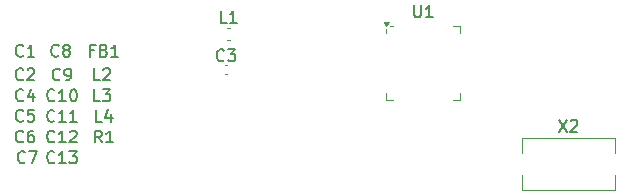
<source format=gbr>
%TF.GenerationSoftware,KiCad,Pcbnew,9.0.0*%
%TF.CreationDate,2025-04-15T21:18:47-03:00*%
%TF.ProjectId,Circuitos-atvd,43697263-7569-4746-9f73-2d617476642e,rev?*%
%TF.SameCoordinates,Original*%
%TF.FileFunction,Legend,Top*%
%TF.FilePolarity,Positive*%
%FSLAX46Y46*%
G04 Gerber Fmt 4.6, Leading zero omitted, Abs format (unit mm)*
G04 Created by KiCad (PCBNEW 9.0.0) date 2025-04-15 21:18:47*
%MOMM*%
%LPD*%
G01*
G04 APERTURE LIST*
%ADD10C,0.150000*%
%ADD11C,0.120000*%
G04 APERTURE END LIST*
D10*
X123333333Y-108674819D02*
X122857143Y-108674819D01*
X122857143Y-108674819D02*
X122857143Y-107674819D01*
X123571429Y-107674819D02*
X124190476Y-107674819D01*
X124190476Y-107674819D02*
X123857143Y-108055771D01*
X123857143Y-108055771D02*
X124000000Y-108055771D01*
X124000000Y-108055771D02*
X124095238Y-108103390D01*
X124095238Y-108103390D02*
X124142857Y-108151009D01*
X124142857Y-108151009D02*
X124190476Y-108246247D01*
X124190476Y-108246247D02*
X124190476Y-108484342D01*
X124190476Y-108484342D02*
X124142857Y-108579580D01*
X124142857Y-108579580D02*
X124095238Y-108627200D01*
X124095238Y-108627200D02*
X124000000Y-108674819D01*
X124000000Y-108674819D02*
X123714286Y-108674819D01*
X123714286Y-108674819D02*
X123619048Y-108627200D01*
X123619048Y-108627200D02*
X123571429Y-108579580D01*
X116833333Y-110309580D02*
X116785714Y-110357200D01*
X116785714Y-110357200D02*
X116642857Y-110404819D01*
X116642857Y-110404819D02*
X116547619Y-110404819D01*
X116547619Y-110404819D02*
X116404762Y-110357200D01*
X116404762Y-110357200D02*
X116309524Y-110261961D01*
X116309524Y-110261961D02*
X116261905Y-110166723D01*
X116261905Y-110166723D02*
X116214286Y-109976247D01*
X116214286Y-109976247D02*
X116214286Y-109833390D01*
X116214286Y-109833390D02*
X116261905Y-109642914D01*
X116261905Y-109642914D02*
X116309524Y-109547676D01*
X116309524Y-109547676D02*
X116404762Y-109452438D01*
X116404762Y-109452438D02*
X116547619Y-109404819D01*
X116547619Y-109404819D02*
X116642857Y-109404819D01*
X116642857Y-109404819D02*
X116785714Y-109452438D01*
X116785714Y-109452438D02*
X116833333Y-109500057D01*
X117738095Y-109404819D02*
X117261905Y-109404819D01*
X117261905Y-109404819D02*
X117214286Y-109881009D01*
X117214286Y-109881009D02*
X117261905Y-109833390D01*
X117261905Y-109833390D02*
X117357143Y-109785771D01*
X117357143Y-109785771D02*
X117595238Y-109785771D01*
X117595238Y-109785771D02*
X117690476Y-109833390D01*
X117690476Y-109833390D02*
X117738095Y-109881009D01*
X117738095Y-109881009D02*
X117785714Y-109976247D01*
X117785714Y-109976247D02*
X117785714Y-110214342D01*
X117785714Y-110214342D02*
X117738095Y-110309580D01*
X117738095Y-110309580D02*
X117690476Y-110357200D01*
X117690476Y-110357200D02*
X117595238Y-110404819D01*
X117595238Y-110404819D02*
X117357143Y-110404819D01*
X117357143Y-110404819D02*
X117261905Y-110357200D01*
X117261905Y-110357200D02*
X117214286Y-110309580D01*
X162190476Y-110254819D02*
X162857142Y-111254819D01*
X162857142Y-110254819D02*
X162190476Y-111254819D01*
X163190476Y-110350057D02*
X163238095Y-110302438D01*
X163238095Y-110302438D02*
X163333333Y-110254819D01*
X163333333Y-110254819D02*
X163571428Y-110254819D01*
X163571428Y-110254819D02*
X163666666Y-110302438D01*
X163666666Y-110302438D02*
X163714285Y-110350057D01*
X163714285Y-110350057D02*
X163761904Y-110445295D01*
X163761904Y-110445295D02*
X163761904Y-110540533D01*
X163761904Y-110540533D02*
X163714285Y-110683390D01*
X163714285Y-110683390D02*
X163142857Y-111254819D01*
X163142857Y-111254819D02*
X163761904Y-111254819D01*
X119462142Y-108579580D02*
X119414523Y-108627200D01*
X119414523Y-108627200D02*
X119271666Y-108674819D01*
X119271666Y-108674819D02*
X119176428Y-108674819D01*
X119176428Y-108674819D02*
X119033571Y-108627200D01*
X119033571Y-108627200D02*
X118938333Y-108531961D01*
X118938333Y-108531961D02*
X118890714Y-108436723D01*
X118890714Y-108436723D02*
X118843095Y-108246247D01*
X118843095Y-108246247D02*
X118843095Y-108103390D01*
X118843095Y-108103390D02*
X118890714Y-107912914D01*
X118890714Y-107912914D02*
X118938333Y-107817676D01*
X118938333Y-107817676D02*
X119033571Y-107722438D01*
X119033571Y-107722438D02*
X119176428Y-107674819D01*
X119176428Y-107674819D02*
X119271666Y-107674819D01*
X119271666Y-107674819D02*
X119414523Y-107722438D01*
X119414523Y-107722438D02*
X119462142Y-107770057D01*
X120414523Y-108674819D02*
X119843095Y-108674819D01*
X120128809Y-108674819D02*
X120128809Y-107674819D01*
X120128809Y-107674819D02*
X120033571Y-107817676D01*
X120033571Y-107817676D02*
X119938333Y-107912914D01*
X119938333Y-107912914D02*
X119843095Y-107960533D01*
X121033571Y-107674819D02*
X121128809Y-107674819D01*
X121128809Y-107674819D02*
X121224047Y-107722438D01*
X121224047Y-107722438D02*
X121271666Y-107770057D01*
X121271666Y-107770057D02*
X121319285Y-107865295D01*
X121319285Y-107865295D02*
X121366904Y-108055771D01*
X121366904Y-108055771D02*
X121366904Y-108293866D01*
X121366904Y-108293866D02*
X121319285Y-108484342D01*
X121319285Y-108484342D02*
X121271666Y-108579580D01*
X121271666Y-108579580D02*
X121224047Y-108627200D01*
X121224047Y-108627200D02*
X121128809Y-108674819D01*
X121128809Y-108674819D02*
X121033571Y-108674819D01*
X121033571Y-108674819D02*
X120938333Y-108627200D01*
X120938333Y-108627200D02*
X120890714Y-108579580D01*
X120890714Y-108579580D02*
X120843095Y-108484342D01*
X120843095Y-108484342D02*
X120795476Y-108293866D01*
X120795476Y-108293866D02*
X120795476Y-108055771D01*
X120795476Y-108055771D02*
X120843095Y-107865295D01*
X120843095Y-107865295D02*
X120890714Y-107770057D01*
X120890714Y-107770057D02*
X120938333Y-107722438D01*
X120938333Y-107722438D02*
X121033571Y-107674819D01*
X122821666Y-104381009D02*
X122488333Y-104381009D01*
X122488333Y-104904819D02*
X122488333Y-103904819D01*
X122488333Y-103904819D02*
X122964523Y-103904819D01*
X123678809Y-104381009D02*
X123821666Y-104428628D01*
X123821666Y-104428628D02*
X123869285Y-104476247D01*
X123869285Y-104476247D02*
X123916904Y-104571485D01*
X123916904Y-104571485D02*
X123916904Y-104714342D01*
X123916904Y-104714342D02*
X123869285Y-104809580D01*
X123869285Y-104809580D02*
X123821666Y-104857200D01*
X123821666Y-104857200D02*
X123726428Y-104904819D01*
X123726428Y-104904819D02*
X123345476Y-104904819D01*
X123345476Y-104904819D02*
X123345476Y-103904819D01*
X123345476Y-103904819D02*
X123678809Y-103904819D01*
X123678809Y-103904819D02*
X123774047Y-103952438D01*
X123774047Y-103952438D02*
X123821666Y-104000057D01*
X123821666Y-104000057D02*
X123869285Y-104095295D01*
X123869285Y-104095295D02*
X123869285Y-104190533D01*
X123869285Y-104190533D02*
X123821666Y-104285771D01*
X123821666Y-104285771D02*
X123774047Y-104333390D01*
X123774047Y-104333390D02*
X123678809Y-104381009D01*
X123678809Y-104381009D02*
X123345476Y-104381009D01*
X124869285Y-104904819D02*
X124297857Y-104904819D01*
X124583571Y-104904819D02*
X124583571Y-103904819D01*
X124583571Y-103904819D02*
X124488333Y-104047676D01*
X124488333Y-104047676D02*
X124393095Y-104142914D01*
X124393095Y-104142914D02*
X124297857Y-104190533D01*
X116833333Y-104809580D02*
X116785714Y-104857200D01*
X116785714Y-104857200D02*
X116642857Y-104904819D01*
X116642857Y-104904819D02*
X116547619Y-104904819D01*
X116547619Y-104904819D02*
X116404762Y-104857200D01*
X116404762Y-104857200D02*
X116309524Y-104761961D01*
X116309524Y-104761961D02*
X116261905Y-104666723D01*
X116261905Y-104666723D02*
X116214286Y-104476247D01*
X116214286Y-104476247D02*
X116214286Y-104333390D01*
X116214286Y-104333390D02*
X116261905Y-104142914D01*
X116261905Y-104142914D02*
X116309524Y-104047676D01*
X116309524Y-104047676D02*
X116404762Y-103952438D01*
X116404762Y-103952438D02*
X116547619Y-103904819D01*
X116547619Y-103904819D02*
X116642857Y-103904819D01*
X116642857Y-103904819D02*
X116785714Y-103952438D01*
X116785714Y-103952438D02*
X116833333Y-104000057D01*
X117785714Y-104904819D02*
X117214286Y-104904819D01*
X117500000Y-104904819D02*
X117500000Y-103904819D01*
X117500000Y-103904819D02*
X117404762Y-104047676D01*
X117404762Y-104047676D02*
X117309524Y-104142914D01*
X117309524Y-104142914D02*
X117214286Y-104190533D01*
X134045833Y-102024819D02*
X133569643Y-102024819D01*
X133569643Y-102024819D02*
X133569643Y-101024819D01*
X134902976Y-102024819D02*
X134331548Y-102024819D01*
X134617262Y-102024819D02*
X134617262Y-101024819D01*
X134617262Y-101024819D02*
X134522024Y-101167676D01*
X134522024Y-101167676D02*
X134426786Y-101262914D01*
X134426786Y-101262914D02*
X134331548Y-101310533D01*
X119462142Y-112079580D02*
X119414523Y-112127200D01*
X119414523Y-112127200D02*
X119271666Y-112174819D01*
X119271666Y-112174819D02*
X119176428Y-112174819D01*
X119176428Y-112174819D02*
X119033571Y-112127200D01*
X119033571Y-112127200D02*
X118938333Y-112031961D01*
X118938333Y-112031961D02*
X118890714Y-111936723D01*
X118890714Y-111936723D02*
X118843095Y-111746247D01*
X118843095Y-111746247D02*
X118843095Y-111603390D01*
X118843095Y-111603390D02*
X118890714Y-111412914D01*
X118890714Y-111412914D02*
X118938333Y-111317676D01*
X118938333Y-111317676D02*
X119033571Y-111222438D01*
X119033571Y-111222438D02*
X119176428Y-111174819D01*
X119176428Y-111174819D02*
X119271666Y-111174819D01*
X119271666Y-111174819D02*
X119414523Y-111222438D01*
X119414523Y-111222438D02*
X119462142Y-111270057D01*
X120414523Y-112174819D02*
X119843095Y-112174819D01*
X120128809Y-112174819D02*
X120128809Y-111174819D01*
X120128809Y-111174819D02*
X120033571Y-111317676D01*
X120033571Y-111317676D02*
X119938333Y-111412914D01*
X119938333Y-111412914D02*
X119843095Y-111460533D01*
X120795476Y-111270057D02*
X120843095Y-111222438D01*
X120843095Y-111222438D02*
X120938333Y-111174819D01*
X120938333Y-111174819D02*
X121176428Y-111174819D01*
X121176428Y-111174819D02*
X121271666Y-111222438D01*
X121271666Y-111222438D02*
X121319285Y-111270057D01*
X121319285Y-111270057D02*
X121366904Y-111365295D01*
X121366904Y-111365295D02*
X121366904Y-111460533D01*
X121366904Y-111460533D02*
X121319285Y-111603390D01*
X121319285Y-111603390D02*
X120747857Y-112174819D01*
X120747857Y-112174819D02*
X121366904Y-112174819D01*
X119462142Y-113829580D02*
X119414523Y-113877200D01*
X119414523Y-113877200D02*
X119271666Y-113924819D01*
X119271666Y-113924819D02*
X119176428Y-113924819D01*
X119176428Y-113924819D02*
X119033571Y-113877200D01*
X119033571Y-113877200D02*
X118938333Y-113781961D01*
X118938333Y-113781961D02*
X118890714Y-113686723D01*
X118890714Y-113686723D02*
X118843095Y-113496247D01*
X118843095Y-113496247D02*
X118843095Y-113353390D01*
X118843095Y-113353390D02*
X118890714Y-113162914D01*
X118890714Y-113162914D02*
X118938333Y-113067676D01*
X118938333Y-113067676D02*
X119033571Y-112972438D01*
X119033571Y-112972438D02*
X119176428Y-112924819D01*
X119176428Y-112924819D02*
X119271666Y-112924819D01*
X119271666Y-112924819D02*
X119414523Y-112972438D01*
X119414523Y-112972438D02*
X119462142Y-113020057D01*
X120414523Y-113924819D02*
X119843095Y-113924819D01*
X120128809Y-113924819D02*
X120128809Y-112924819D01*
X120128809Y-112924819D02*
X120033571Y-113067676D01*
X120033571Y-113067676D02*
X119938333Y-113162914D01*
X119938333Y-113162914D02*
X119843095Y-113210533D01*
X120747857Y-112924819D02*
X121366904Y-112924819D01*
X121366904Y-112924819D02*
X121033571Y-113305771D01*
X121033571Y-113305771D02*
X121176428Y-113305771D01*
X121176428Y-113305771D02*
X121271666Y-113353390D01*
X121271666Y-113353390D02*
X121319285Y-113401009D01*
X121319285Y-113401009D02*
X121366904Y-113496247D01*
X121366904Y-113496247D02*
X121366904Y-113734342D01*
X121366904Y-113734342D02*
X121319285Y-113829580D01*
X121319285Y-113829580D02*
X121271666Y-113877200D01*
X121271666Y-113877200D02*
X121176428Y-113924819D01*
X121176428Y-113924819D02*
X120890714Y-113924819D01*
X120890714Y-113924819D02*
X120795476Y-113877200D01*
X120795476Y-113877200D02*
X120747857Y-113829580D01*
X119938333Y-106829580D02*
X119890714Y-106877200D01*
X119890714Y-106877200D02*
X119747857Y-106924819D01*
X119747857Y-106924819D02*
X119652619Y-106924819D01*
X119652619Y-106924819D02*
X119509762Y-106877200D01*
X119509762Y-106877200D02*
X119414524Y-106781961D01*
X119414524Y-106781961D02*
X119366905Y-106686723D01*
X119366905Y-106686723D02*
X119319286Y-106496247D01*
X119319286Y-106496247D02*
X119319286Y-106353390D01*
X119319286Y-106353390D02*
X119366905Y-106162914D01*
X119366905Y-106162914D02*
X119414524Y-106067676D01*
X119414524Y-106067676D02*
X119509762Y-105972438D01*
X119509762Y-105972438D02*
X119652619Y-105924819D01*
X119652619Y-105924819D02*
X119747857Y-105924819D01*
X119747857Y-105924819D02*
X119890714Y-105972438D01*
X119890714Y-105972438D02*
X119938333Y-106020057D01*
X120414524Y-106924819D02*
X120605000Y-106924819D01*
X120605000Y-106924819D02*
X120700238Y-106877200D01*
X120700238Y-106877200D02*
X120747857Y-106829580D01*
X120747857Y-106829580D02*
X120843095Y-106686723D01*
X120843095Y-106686723D02*
X120890714Y-106496247D01*
X120890714Y-106496247D02*
X120890714Y-106115295D01*
X120890714Y-106115295D02*
X120843095Y-106020057D01*
X120843095Y-106020057D02*
X120795476Y-105972438D01*
X120795476Y-105972438D02*
X120700238Y-105924819D01*
X120700238Y-105924819D02*
X120509762Y-105924819D01*
X120509762Y-105924819D02*
X120414524Y-105972438D01*
X120414524Y-105972438D02*
X120366905Y-106020057D01*
X120366905Y-106020057D02*
X120319286Y-106115295D01*
X120319286Y-106115295D02*
X120319286Y-106353390D01*
X120319286Y-106353390D02*
X120366905Y-106448628D01*
X120366905Y-106448628D02*
X120414524Y-106496247D01*
X120414524Y-106496247D02*
X120509762Y-106543866D01*
X120509762Y-106543866D02*
X120700238Y-106543866D01*
X120700238Y-106543866D02*
X120795476Y-106496247D01*
X120795476Y-106496247D02*
X120843095Y-106448628D01*
X120843095Y-106448628D02*
X120890714Y-106353390D01*
X123488333Y-110424819D02*
X123012143Y-110424819D01*
X123012143Y-110424819D02*
X123012143Y-109424819D01*
X124250238Y-109758152D02*
X124250238Y-110424819D01*
X124012143Y-109377200D02*
X123774048Y-110091485D01*
X123774048Y-110091485D02*
X124393095Y-110091485D01*
X123488333Y-112174819D02*
X123155000Y-111698628D01*
X122916905Y-112174819D02*
X122916905Y-111174819D01*
X122916905Y-111174819D02*
X123297857Y-111174819D01*
X123297857Y-111174819D02*
X123393095Y-111222438D01*
X123393095Y-111222438D02*
X123440714Y-111270057D01*
X123440714Y-111270057D02*
X123488333Y-111365295D01*
X123488333Y-111365295D02*
X123488333Y-111508152D01*
X123488333Y-111508152D02*
X123440714Y-111603390D01*
X123440714Y-111603390D02*
X123393095Y-111651009D01*
X123393095Y-111651009D02*
X123297857Y-111698628D01*
X123297857Y-111698628D02*
X122916905Y-111698628D01*
X124440714Y-112174819D02*
X123869286Y-112174819D01*
X124155000Y-112174819D02*
X124155000Y-111174819D01*
X124155000Y-111174819D02*
X124059762Y-111317676D01*
X124059762Y-111317676D02*
X123964524Y-111412914D01*
X123964524Y-111412914D02*
X123869286Y-111460533D01*
X119462142Y-110329580D02*
X119414523Y-110377200D01*
X119414523Y-110377200D02*
X119271666Y-110424819D01*
X119271666Y-110424819D02*
X119176428Y-110424819D01*
X119176428Y-110424819D02*
X119033571Y-110377200D01*
X119033571Y-110377200D02*
X118938333Y-110281961D01*
X118938333Y-110281961D02*
X118890714Y-110186723D01*
X118890714Y-110186723D02*
X118843095Y-109996247D01*
X118843095Y-109996247D02*
X118843095Y-109853390D01*
X118843095Y-109853390D02*
X118890714Y-109662914D01*
X118890714Y-109662914D02*
X118938333Y-109567676D01*
X118938333Y-109567676D02*
X119033571Y-109472438D01*
X119033571Y-109472438D02*
X119176428Y-109424819D01*
X119176428Y-109424819D02*
X119271666Y-109424819D01*
X119271666Y-109424819D02*
X119414523Y-109472438D01*
X119414523Y-109472438D02*
X119462142Y-109520057D01*
X120414523Y-110424819D02*
X119843095Y-110424819D01*
X120128809Y-110424819D02*
X120128809Y-109424819D01*
X120128809Y-109424819D02*
X120033571Y-109567676D01*
X120033571Y-109567676D02*
X119938333Y-109662914D01*
X119938333Y-109662914D02*
X119843095Y-109710533D01*
X121366904Y-110424819D02*
X120795476Y-110424819D01*
X121081190Y-110424819D02*
X121081190Y-109424819D01*
X121081190Y-109424819D02*
X120985952Y-109567676D01*
X120985952Y-109567676D02*
X120890714Y-109662914D01*
X120890714Y-109662914D02*
X120795476Y-109710533D01*
X133833333Y-105199580D02*
X133785714Y-105247200D01*
X133785714Y-105247200D02*
X133642857Y-105294819D01*
X133642857Y-105294819D02*
X133547619Y-105294819D01*
X133547619Y-105294819D02*
X133404762Y-105247200D01*
X133404762Y-105247200D02*
X133309524Y-105151961D01*
X133309524Y-105151961D02*
X133261905Y-105056723D01*
X133261905Y-105056723D02*
X133214286Y-104866247D01*
X133214286Y-104866247D02*
X133214286Y-104723390D01*
X133214286Y-104723390D02*
X133261905Y-104532914D01*
X133261905Y-104532914D02*
X133309524Y-104437676D01*
X133309524Y-104437676D02*
X133404762Y-104342438D01*
X133404762Y-104342438D02*
X133547619Y-104294819D01*
X133547619Y-104294819D02*
X133642857Y-104294819D01*
X133642857Y-104294819D02*
X133785714Y-104342438D01*
X133785714Y-104342438D02*
X133833333Y-104390057D01*
X134166667Y-104294819D02*
X134785714Y-104294819D01*
X134785714Y-104294819D02*
X134452381Y-104675771D01*
X134452381Y-104675771D02*
X134595238Y-104675771D01*
X134595238Y-104675771D02*
X134690476Y-104723390D01*
X134690476Y-104723390D02*
X134738095Y-104771009D01*
X134738095Y-104771009D02*
X134785714Y-104866247D01*
X134785714Y-104866247D02*
X134785714Y-105104342D01*
X134785714Y-105104342D02*
X134738095Y-105199580D01*
X134738095Y-105199580D02*
X134690476Y-105247200D01*
X134690476Y-105247200D02*
X134595238Y-105294819D01*
X134595238Y-105294819D02*
X134309524Y-105294819D01*
X134309524Y-105294819D02*
X134214286Y-105247200D01*
X134214286Y-105247200D02*
X134166667Y-105199580D01*
X123333333Y-106904819D02*
X122857143Y-106904819D01*
X122857143Y-106904819D02*
X122857143Y-105904819D01*
X123619048Y-106000057D02*
X123666667Y-105952438D01*
X123666667Y-105952438D02*
X123761905Y-105904819D01*
X123761905Y-105904819D02*
X124000000Y-105904819D01*
X124000000Y-105904819D02*
X124095238Y-105952438D01*
X124095238Y-105952438D02*
X124142857Y-106000057D01*
X124142857Y-106000057D02*
X124190476Y-106095295D01*
X124190476Y-106095295D02*
X124190476Y-106190533D01*
X124190476Y-106190533D02*
X124142857Y-106333390D01*
X124142857Y-106333390D02*
X123571429Y-106904819D01*
X123571429Y-106904819D02*
X124190476Y-106904819D01*
X149938095Y-100574819D02*
X149938095Y-101384342D01*
X149938095Y-101384342D02*
X149985714Y-101479580D01*
X149985714Y-101479580D02*
X150033333Y-101527200D01*
X150033333Y-101527200D02*
X150128571Y-101574819D01*
X150128571Y-101574819D02*
X150319047Y-101574819D01*
X150319047Y-101574819D02*
X150414285Y-101527200D01*
X150414285Y-101527200D02*
X150461904Y-101479580D01*
X150461904Y-101479580D02*
X150509523Y-101384342D01*
X150509523Y-101384342D02*
X150509523Y-100574819D01*
X151509523Y-101574819D02*
X150938095Y-101574819D01*
X151223809Y-101574819D02*
X151223809Y-100574819D01*
X151223809Y-100574819D02*
X151128571Y-100717676D01*
X151128571Y-100717676D02*
X151033333Y-100812914D01*
X151033333Y-100812914D02*
X150938095Y-100860533D01*
X119833333Y-104809580D02*
X119785714Y-104857200D01*
X119785714Y-104857200D02*
X119642857Y-104904819D01*
X119642857Y-104904819D02*
X119547619Y-104904819D01*
X119547619Y-104904819D02*
X119404762Y-104857200D01*
X119404762Y-104857200D02*
X119309524Y-104761961D01*
X119309524Y-104761961D02*
X119261905Y-104666723D01*
X119261905Y-104666723D02*
X119214286Y-104476247D01*
X119214286Y-104476247D02*
X119214286Y-104333390D01*
X119214286Y-104333390D02*
X119261905Y-104142914D01*
X119261905Y-104142914D02*
X119309524Y-104047676D01*
X119309524Y-104047676D02*
X119404762Y-103952438D01*
X119404762Y-103952438D02*
X119547619Y-103904819D01*
X119547619Y-103904819D02*
X119642857Y-103904819D01*
X119642857Y-103904819D02*
X119785714Y-103952438D01*
X119785714Y-103952438D02*
X119833333Y-104000057D01*
X120404762Y-104333390D02*
X120309524Y-104285771D01*
X120309524Y-104285771D02*
X120261905Y-104238152D01*
X120261905Y-104238152D02*
X120214286Y-104142914D01*
X120214286Y-104142914D02*
X120214286Y-104095295D01*
X120214286Y-104095295D02*
X120261905Y-104000057D01*
X120261905Y-104000057D02*
X120309524Y-103952438D01*
X120309524Y-103952438D02*
X120404762Y-103904819D01*
X120404762Y-103904819D02*
X120595238Y-103904819D01*
X120595238Y-103904819D02*
X120690476Y-103952438D01*
X120690476Y-103952438D02*
X120738095Y-104000057D01*
X120738095Y-104000057D02*
X120785714Y-104095295D01*
X120785714Y-104095295D02*
X120785714Y-104142914D01*
X120785714Y-104142914D02*
X120738095Y-104238152D01*
X120738095Y-104238152D02*
X120690476Y-104285771D01*
X120690476Y-104285771D02*
X120595238Y-104333390D01*
X120595238Y-104333390D02*
X120404762Y-104333390D01*
X120404762Y-104333390D02*
X120309524Y-104381009D01*
X120309524Y-104381009D02*
X120261905Y-104428628D01*
X120261905Y-104428628D02*
X120214286Y-104523866D01*
X120214286Y-104523866D02*
X120214286Y-104714342D01*
X120214286Y-104714342D02*
X120261905Y-104809580D01*
X120261905Y-104809580D02*
X120309524Y-104857200D01*
X120309524Y-104857200D02*
X120404762Y-104904819D01*
X120404762Y-104904819D02*
X120595238Y-104904819D01*
X120595238Y-104904819D02*
X120690476Y-104857200D01*
X120690476Y-104857200D02*
X120738095Y-104809580D01*
X120738095Y-104809580D02*
X120785714Y-104714342D01*
X120785714Y-104714342D02*
X120785714Y-104523866D01*
X120785714Y-104523866D02*
X120738095Y-104428628D01*
X120738095Y-104428628D02*
X120690476Y-104381009D01*
X120690476Y-104381009D02*
X120595238Y-104333390D01*
X116833333Y-108579580D02*
X116785714Y-108627200D01*
X116785714Y-108627200D02*
X116642857Y-108674819D01*
X116642857Y-108674819D02*
X116547619Y-108674819D01*
X116547619Y-108674819D02*
X116404762Y-108627200D01*
X116404762Y-108627200D02*
X116309524Y-108531961D01*
X116309524Y-108531961D02*
X116261905Y-108436723D01*
X116261905Y-108436723D02*
X116214286Y-108246247D01*
X116214286Y-108246247D02*
X116214286Y-108103390D01*
X116214286Y-108103390D02*
X116261905Y-107912914D01*
X116261905Y-107912914D02*
X116309524Y-107817676D01*
X116309524Y-107817676D02*
X116404762Y-107722438D01*
X116404762Y-107722438D02*
X116547619Y-107674819D01*
X116547619Y-107674819D02*
X116642857Y-107674819D01*
X116642857Y-107674819D02*
X116785714Y-107722438D01*
X116785714Y-107722438D02*
X116833333Y-107770057D01*
X117690476Y-108008152D02*
X117690476Y-108674819D01*
X117452381Y-107627200D02*
X117214286Y-108341485D01*
X117214286Y-108341485D02*
X117833333Y-108341485D01*
X116833333Y-106809580D02*
X116785714Y-106857200D01*
X116785714Y-106857200D02*
X116642857Y-106904819D01*
X116642857Y-106904819D02*
X116547619Y-106904819D01*
X116547619Y-106904819D02*
X116404762Y-106857200D01*
X116404762Y-106857200D02*
X116309524Y-106761961D01*
X116309524Y-106761961D02*
X116261905Y-106666723D01*
X116261905Y-106666723D02*
X116214286Y-106476247D01*
X116214286Y-106476247D02*
X116214286Y-106333390D01*
X116214286Y-106333390D02*
X116261905Y-106142914D01*
X116261905Y-106142914D02*
X116309524Y-106047676D01*
X116309524Y-106047676D02*
X116404762Y-105952438D01*
X116404762Y-105952438D02*
X116547619Y-105904819D01*
X116547619Y-105904819D02*
X116642857Y-105904819D01*
X116642857Y-105904819D02*
X116785714Y-105952438D01*
X116785714Y-105952438D02*
X116833333Y-106000057D01*
X117214286Y-106000057D02*
X117261905Y-105952438D01*
X117261905Y-105952438D02*
X117357143Y-105904819D01*
X117357143Y-105904819D02*
X117595238Y-105904819D01*
X117595238Y-105904819D02*
X117690476Y-105952438D01*
X117690476Y-105952438D02*
X117738095Y-106000057D01*
X117738095Y-106000057D02*
X117785714Y-106095295D01*
X117785714Y-106095295D02*
X117785714Y-106190533D01*
X117785714Y-106190533D02*
X117738095Y-106333390D01*
X117738095Y-106333390D02*
X117166667Y-106904819D01*
X117166667Y-106904819D02*
X117785714Y-106904819D01*
X116833333Y-112079580D02*
X116785714Y-112127200D01*
X116785714Y-112127200D02*
X116642857Y-112174819D01*
X116642857Y-112174819D02*
X116547619Y-112174819D01*
X116547619Y-112174819D02*
X116404762Y-112127200D01*
X116404762Y-112127200D02*
X116309524Y-112031961D01*
X116309524Y-112031961D02*
X116261905Y-111936723D01*
X116261905Y-111936723D02*
X116214286Y-111746247D01*
X116214286Y-111746247D02*
X116214286Y-111603390D01*
X116214286Y-111603390D02*
X116261905Y-111412914D01*
X116261905Y-111412914D02*
X116309524Y-111317676D01*
X116309524Y-111317676D02*
X116404762Y-111222438D01*
X116404762Y-111222438D02*
X116547619Y-111174819D01*
X116547619Y-111174819D02*
X116642857Y-111174819D01*
X116642857Y-111174819D02*
X116785714Y-111222438D01*
X116785714Y-111222438D02*
X116833333Y-111270057D01*
X117690476Y-111174819D02*
X117500000Y-111174819D01*
X117500000Y-111174819D02*
X117404762Y-111222438D01*
X117404762Y-111222438D02*
X117357143Y-111270057D01*
X117357143Y-111270057D02*
X117261905Y-111412914D01*
X117261905Y-111412914D02*
X117214286Y-111603390D01*
X117214286Y-111603390D02*
X117214286Y-111984342D01*
X117214286Y-111984342D02*
X117261905Y-112079580D01*
X117261905Y-112079580D02*
X117309524Y-112127200D01*
X117309524Y-112127200D02*
X117404762Y-112174819D01*
X117404762Y-112174819D02*
X117595238Y-112174819D01*
X117595238Y-112174819D02*
X117690476Y-112127200D01*
X117690476Y-112127200D02*
X117738095Y-112079580D01*
X117738095Y-112079580D02*
X117785714Y-111984342D01*
X117785714Y-111984342D02*
X117785714Y-111746247D01*
X117785714Y-111746247D02*
X117738095Y-111651009D01*
X117738095Y-111651009D02*
X117690476Y-111603390D01*
X117690476Y-111603390D02*
X117595238Y-111555771D01*
X117595238Y-111555771D02*
X117404762Y-111555771D01*
X117404762Y-111555771D02*
X117309524Y-111603390D01*
X117309524Y-111603390D02*
X117261905Y-111651009D01*
X117261905Y-111651009D02*
X117214286Y-111746247D01*
X116988333Y-113829580D02*
X116940714Y-113877200D01*
X116940714Y-113877200D02*
X116797857Y-113924819D01*
X116797857Y-113924819D02*
X116702619Y-113924819D01*
X116702619Y-113924819D02*
X116559762Y-113877200D01*
X116559762Y-113877200D02*
X116464524Y-113781961D01*
X116464524Y-113781961D02*
X116416905Y-113686723D01*
X116416905Y-113686723D02*
X116369286Y-113496247D01*
X116369286Y-113496247D02*
X116369286Y-113353390D01*
X116369286Y-113353390D02*
X116416905Y-113162914D01*
X116416905Y-113162914D02*
X116464524Y-113067676D01*
X116464524Y-113067676D02*
X116559762Y-112972438D01*
X116559762Y-112972438D02*
X116702619Y-112924819D01*
X116702619Y-112924819D02*
X116797857Y-112924819D01*
X116797857Y-112924819D02*
X116940714Y-112972438D01*
X116940714Y-112972438D02*
X116988333Y-113020057D01*
X117321667Y-112924819D02*
X117988333Y-112924819D01*
X117988333Y-112924819D02*
X117559762Y-113924819D01*
D11*
%TO.C,X2*%
X159080000Y-111830000D02*
X159080000Y-113100000D01*
X159080000Y-111830000D02*
X166920000Y-111830000D01*
X159080000Y-116170000D02*
X159080000Y-114900000D01*
X159080000Y-116170000D02*
X166920000Y-116170000D01*
X166920000Y-111830000D02*
X166920000Y-113100000D01*
X166920000Y-116170000D02*
X166920000Y-114900000D01*
%TO.C,L1*%
X134049721Y-102490000D02*
X134375279Y-102490000D01*
X134049721Y-103510000D02*
X134375279Y-103510000D01*
%TO.C,C3*%
X133892164Y-105640000D02*
X134107836Y-105640000D01*
X133892164Y-106360000D02*
X134107836Y-106360000D01*
%TO.C,U1*%
X147590000Y-102890000D02*
X147590000Y-102580000D01*
X147590000Y-108560000D02*
X147590000Y-108010000D01*
X148140000Y-102340000D02*
X147890000Y-102340000D01*
X148140000Y-108560000D02*
X147590000Y-108560000D01*
X153260000Y-102340000D02*
X153810000Y-102340000D01*
X153260000Y-108560000D02*
X153810000Y-108560000D01*
X153810000Y-102340000D02*
X153810000Y-102890000D01*
X153810000Y-108560000D02*
X153810000Y-108010000D01*
X147590000Y-102340000D02*
X147350000Y-102010000D01*
X147830000Y-102010000D01*
X147590000Y-102340000D01*
G36*
X147590000Y-102340000D02*
G01*
X147350000Y-102010000D01*
X147830000Y-102010000D01*
X147590000Y-102340000D01*
G37*
%TD*%
M02*

</source>
